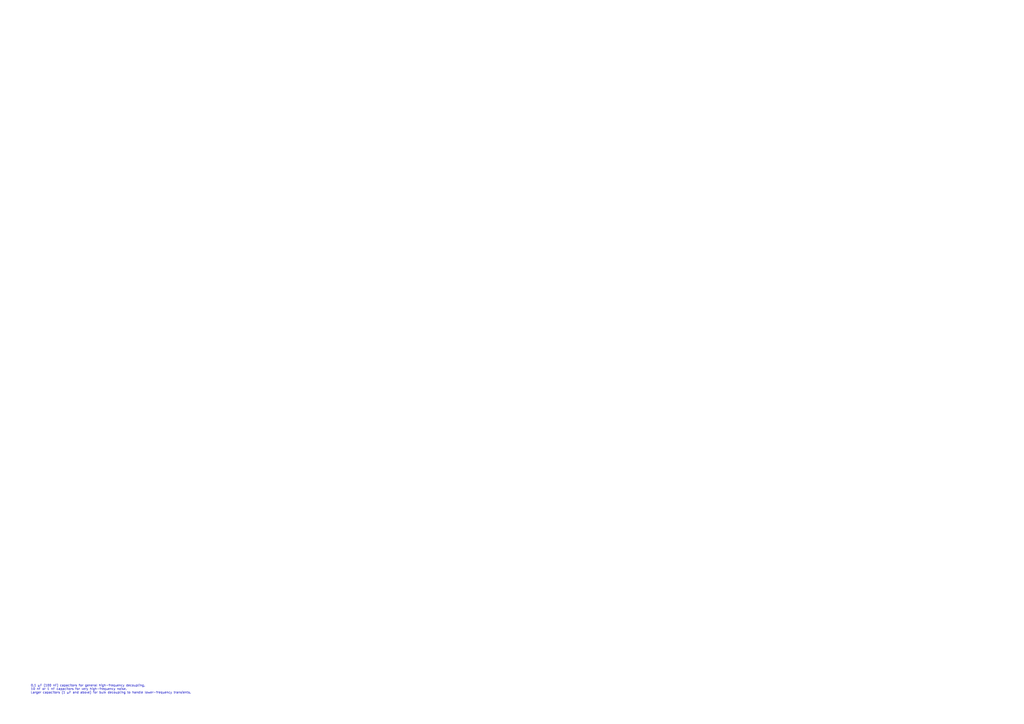
<source format=kicad_sch>
(kicad_sch (version 20230121) (generator eeschema)
  (paper "A2")
  (lib_symbols)
  (text "    0.1 µF (100 nF) capacitors for general high-frequency decoupling.\n    10 nF or 1 nF capacitors for very high-frequency noise.\n    Larger capacitors (1 µF and above) for bulk decoupling to handle lower-frequency transients." (at 13.97 402.59 0) (effects (font (size 1.27 1.27)) (justify left bottom)))
)
</source>
